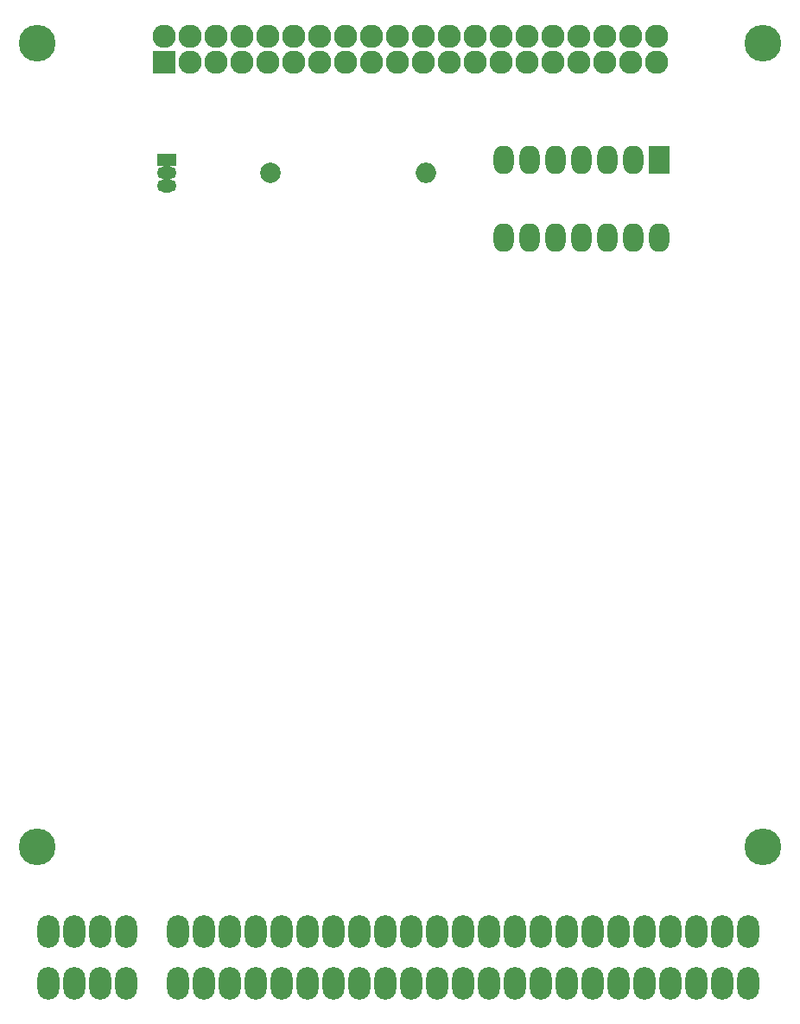
<source format=gbs>
G04 #@! TF.FileFunction,Soldermask,Bot*
%FSLAX46Y46*%
G04 Gerber Fmt 4.6, Leading zero omitted, Abs format (unit mm)*
G04 Created by KiCad (PCBNEW 4.0.5) date 06/12/17 14:20:53*
%MOMM*%
%LPD*%
G01*
G04 APERTURE LIST*
%ADD10C,0.100000*%
%ADD11O,2.127200X3.200000*%
%ADD12R,2.279600X2.279600*%
%ADD13C,2.279600*%
%ADD14O,1.900000X1.300000*%
%ADD15R,1.900000X1.300000*%
%ADD16C,2.000000*%
%ADD17O,2.000000X2.000000*%
%ADD18R,2.000000X2.800000*%
%ADD19O,2.000000X2.800000*%
%ADD20C,3.600000*%
G04 APERTURE END LIST*
D10*
D11*
X176310000Y-136540000D03*
X173770000Y-136540000D03*
X171230000Y-136540000D03*
X168690000Y-136540000D03*
X166150000Y-136540000D03*
X163610000Y-136540000D03*
X161070000Y-136540000D03*
X158530000Y-136540000D03*
X176310000Y-131460000D03*
X173770000Y-131460000D03*
X171230000Y-131460000D03*
X168690000Y-131460000D03*
X166150000Y-131460000D03*
X163610000Y-131460000D03*
X161070000Y-131460000D03*
X158530000Y-131460000D03*
X107730000Y-131460000D03*
X107730000Y-136540000D03*
X110270000Y-131460000D03*
X110270000Y-136540000D03*
X112810000Y-131460000D03*
X112810000Y-136540000D03*
X115350000Y-131460000D03*
X115350000Y-136540000D03*
X120430000Y-131460000D03*
X120430000Y-136540000D03*
X122970000Y-131460000D03*
X122970000Y-136540000D03*
X125510000Y-131460000D03*
X125510000Y-136540000D03*
X128050000Y-131460000D03*
X128050000Y-136540000D03*
X130590000Y-131460000D03*
X130590000Y-136540000D03*
X133130000Y-131460000D03*
X133130000Y-136540000D03*
X135670000Y-131460000D03*
X135670000Y-136540000D03*
X138210000Y-131460000D03*
X138210000Y-136540000D03*
X140750000Y-131460000D03*
X140750000Y-136540000D03*
X143290000Y-131460000D03*
X143290000Y-136540000D03*
X145830000Y-131460000D03*
X145830000Y-136540000D03*
X148370000Y-131460000D03*
X148370000Y-136540000D03*
X150910000Y-131460000D03*
X150910000Y-136540000D03*
X153450000Y-131460000D03*
X153450000Y-136540000D03*
X155990000Y-131460000D03*
X155990000Y-136540000D03*
D12*
X119120000Y-46270000D03*
D13*
X119120000Y-43730000D03*
X121660000Y-46270000D03*
X121660000Y-43730000D03*
X124200000Y-46270000D03*
X124200000Y-43730000D03*
X126740000Y-46270000D03*
X126740000Y-43730000D03*
X129280000Y-46270000D03*
X129280000Y-43730000D03*
X131820000Y-46270000D03*
X131820000Y-43730000D03*
X134360000Y-46270000D03*
X134360000Y-43730000D03*
X136900000Y-46270000D03*
X136900000Y-43730000D03*
X139440000Y-46270000D03*
X139440000Y-43730000D03*
X141980000Y-46270000D03*
X141980000Y-43730000D03*
X144520000Y-46270000D03*
X144520000Y-43730000D03*
X147060000Y-46270000D03*
X147060000Y-43730000D03*
X149600000Y-46270000D03*
X149600000Y-43730000D03*
X152140000Y-46270000D03*
X152140000Y-43730000D03*
X154680000Y-46270000D03*
X154680000Y-43730000D03*
X157220000Y-46270000D03*
X157220000Y-43730000D03*
X159760000Y-46270000D03*
X159760000Y-43730000D03*
X162300000Y-46270000D03*
X162300000Y-43730000D03*
X164840000Y-46270000D03*
X164840000Y-43730000D03*
X167380000Y-46270000D03*
X167380000Y-43730000D03*
D14*
X119380000Y-57150000D03*
X119380000Y-58420000D03*
D15*
X119380000Y-55880000D03*
D16*
X129540000Y-57150000D03*
D17*
X144780000Y-57150000D03*
D18*
X167640000Y-55880000D03*
D19*
X152400000Y-63500000D03*
X165100000Y-55880000D03*
X154940000Y-63500000D03*
X162560000Y-55880000D03*
X157480000Y-63500000D03*
X160020000Y-55880000D03*
X160020000Y-63500000D03*
X157480000Y-55880000D03*
X162560000Y-63500000D03*
X154940000Y-55880000D03*
X165100000Y-63500000D03*
X152400000Y-55880000D03*
X167640000Y-63500000D03*
D20*
X106680000Y-44450000D03*
X177800000Y-44450000D03*
X106680000Y-123190000D03*
X177800000Y-123190000D03*
M02*

</source>
